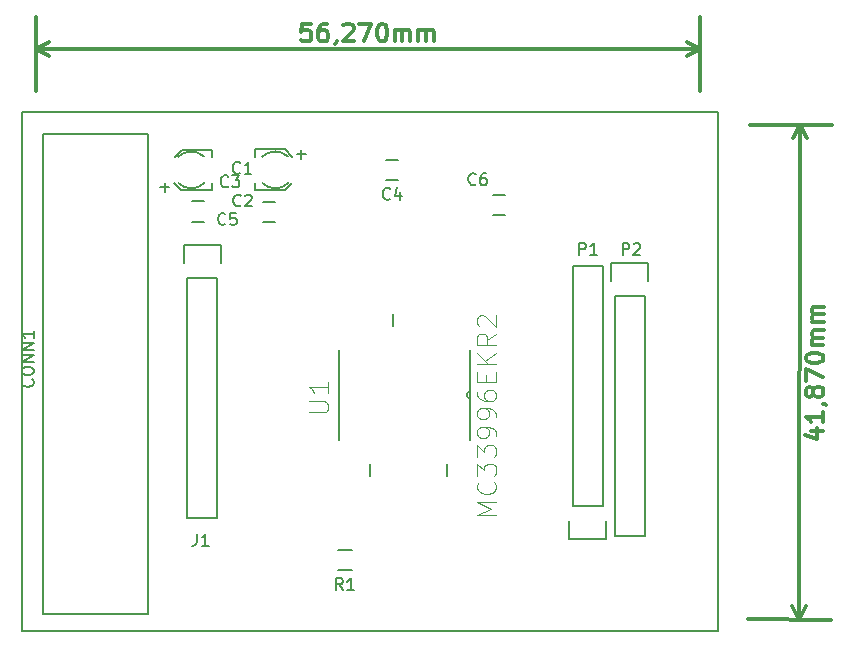
<source format=gbr>
G04 #@! TF.FileFunction,Legend,Top*
%FSLAX46Y46*%
G04 Gerber Fmt 4.6, Leading zero omitted, Abs format (unit mm)*
G04 Created by KiCad (PCBNEW 4.0.6-e0-6349~53~ubuntu14.04.1) date Fri Oct 20 08:59:59 2017*
%MOMM*%
%LPD*%
G01*
G04 APERTURE LIST*
%ADD10C,0.100000*%
%ADD11C,0.300000*%
%ADD12C,0.200000*%
%ADD13C,0.152400*%
%ADD14C,0.150000*%
%ADD15C,0.050000*%
G04 APERTURE END LIST*
D10*
D11*
X157883342Y-104994949D02*
X158883339Y-104997098D01*
X157311147Y-105350863D02*
X158381805Y-105710308D01*
X158383801Y-104781738D01*
X158886717Y-103425674D02*
X158884875Y-104282815D01*
X158885796Y-103854244D02*
X157385799Y-103851020D01*
X157599778Y-103994337D01*
X157742328Y-104137502D01*
X157813449Y-104280512D01*
X158816825Y-102711237D02*
X158888253Y-102711390D01*
X159030957Y-102783125D01*
X159102231Y-102854708D01*
X158032955Y-101852406D02*
X157961219Y-101995110D01*
X157889637Y-102066384D01*
X157746627Y-102137506D01*
X157675199Y-102137353D01*
X157532496Y-102065617D01*
X157461220Y-101994035D01*
X157390098Y-101851024D01*
X157390713Y-101565311D01*
X157462449Y-101422608D01*
X157534031Y-101351332D01*
X157677041Y-101280212D01*
X157748469Y-101280365D01*
X157891172Y-101352100D01*
X157962447Y-101423682D01*
X158033569Y-101566693D01*
X158032955Y-101852406D01*
X158104076Y-101995417D01*
X158175351Y-102066999D01*
X158318054Y-102138735D01*
X158603768Y-102139349D01*
X158746778Y-102068227D01*
X158818360Y-101996953D01*
X158890095Y-101854248D01*
X158890709Y-101568535D01*
X158819588Y-101425525D01*
X158748313Y-101353943D01*
X158605610Y-101282208D01*
X158319897Y-101281593D01*
X158176886Y-101352714D01*
X158105304Y-101423990D01*
X158033569Y-101566693D01*
X157392402Y-100779599D02*
X157394551Y-99779601D01*
X158893166Y-100425681D01*
X157396393Y-98922461D02*
X157396701Y-98779604D01*
X157468436Y-98636901D01*
X157540019Y-98565626D01*
X157683029Y-98494504D01*
X157968896Y-98423690D01*
X158326038Y-98424458D01*
X158611598Y-98496500D01*
X158754301Y-98568236D01*
X158825576Y-98639818D01*
X158896697Y-98782829D01*
X158896390Y-98925685D01*
X158824655Y-99068388D01*
X158753073Y-99139664D01*
X158610063Y-99210784D01*
X158324196Y-99281599D01*
X157967053Y-99280831D01*
X157681494Y-99208788D01*
X157538791Y-99137054D01*
X157467515Y-99065471D01*
X157396393Y-98922461D01*
X158898847Y-97782831D02*
X157898849Y-97780681D01*
X158041707Y-97780988D02*
X157970431Y-97709407D01*
X157899310Y-97566396D01*
X157899770Y-97352111D01*
X157971506Y-97209408D01*
X158114516Y-97138286D01*
X158900228Y-97139975D01*
X158114516Y-97138286D02*
X157971813Y-97066551D01*
X157900691Y-96923540D01*
X157901152Y-96709256D01*
X157972888Y-96566552D01*
X158115898Y-96495431D01*
X158901610Y-96497120D01*
X158903146Y-95782835D02*
X157903148Y-95780686D01*
X158046006Y-95780993D02*
X157974730Y-95709412D01*
X157903609Y-95566400D01*
X157904069Y-95352116D01*
X157975805Y-95209413D01*
X158118815Y-95138291D01*
X158904527Y-95139980D01*
X158118815Y-95138291D02*
X157976112Y-95066555D01*
X157904990Y-94923545D01*
X157905451Y-94709260D01*
X157977187Y-94566556D01*
X158120197Y-94495436D01*
X158905909Y-94497124D01*
X156910367Y-79129179D02*
X156820367Y-120999179D01*
X152640000Y-79120000D02*
X159610361Y-79134983D01*
X152550000Y-120990000D02*
X159520361Y-121004983D01*
X156820367Y-120999179D02*
X156236369Y-119871417D01*
X156820367Y-120999179D02*
X157409208Y-119873938D01*
X156910367Y-79129179D02*
X156321526Y-80254420D01*
X156910367Y-79129179D02*
X157494365Y-80256941D01*
X115467859Y-70548571D02*
X114753573Y-70548571D01*
X114682144Y-71262857D01*
X114753573Y-71191429D01*
X114896430Y-71120000D01*
X115253573Y-71120000D01*
X115396430Y-71191429D01*
X115467859Y-71262857D01*
X115539287Y-71405714D01*
X115539287Y-71762857D01*
X115467859Y-71905714D01*
X115396430Y-71977143D01*
X115253573Y-72048571D01*
X114896430Y-72048571D01*
X114753573Y-71977143D01*
X114682144Y-71905714D01*
X116825001Y-70548571D02*
X116539287Y-70548571D01*
X116396430Y-70620000D01*
X116325001Y-70691429D01*
X116182144Y-70905714D01*
X116110715Y-71191429D01*
X116110715Y-71762857D01*
X116182144Y-71905714D01*
X116253572Y-71977143D01*
X116396430Y-72048571D01*
X116682144Y-72048571D01*
X116825001Y-71977143D01*
X116896430Y-71905714D01*
X116967858Y-71762857D01*
X116967858Y-71405714D01*
X116896430Y-71262857D01*
X116825001Y-71191429D01*
X116682144Y-71120000D01*
X116396430Y-71120000D01*
X116253572Y-71191429D01*
X116182144Y-71262857D01*
X116110715Y-71405714D01*
X117682143Y-71977143D02*
X117682143Y-72048571D01*
X117610715Y-72191429D01*
X117539286Y-72262857D01*
X118253572Y-70691429D02*
X118325001Y-70620000D01*
X118467858Y-70548571D01*
X118825001Y-70548571D01*
X118967858Y-70620000D01*
X119039287Y-70691429D01*
X119110715Y-70834286D01*
X119110715Y-70977143D01*
X119039287Y-71191429D01*
X118182144Y-72048571D01*
X119110715Y-72048571D01*
X119610715Y-70548571D02*
X120610715Y-70548571D01*
X119967858Y-72048571D01*
X121467857Y-70548571D02*
X121610714Y-70548571D01*
X121753571Y-70620000D01*
X121825000Y-70691429D01*
X121896429Y-70834286D01*
X121967857Y-71120000D01*
X121967857Y-71477143D01*
X121896429Y-71762857D01*
X121825000Y-71905714D01*
X121753571Y-71977143D01*
X121610714Y-72048571D01*
X121467857Y-72048571D01*
X121325000Y-71977143D01*
X121253571Y-71905714D01*
X121182143Y-71762857D01*
X121110714Y-71477143D01*
X121110714Y-71120000D01*
X121182143Y-70834286D01*
X121253571Y-70691429D01*
X121325000Y-70620000D01*
X121467857Y-70548571D01*
X122610714Y-72048571D02*
X122610714Y-71048571D01*
X122610714Y-71191429D02*
X122682142Y-71120000D01*
X122825000Y-71048571D01*
X123039285Y-71048571D01*
X123182142Y-71120000D01*
X123253571Y-71262857D01*
X123253571Y-72048571D01*
X123253571Y-71262857D02*
X123325000Y-71120000D01*
X123467857Y-71048571D01*
X123682142Y-71048571D01*
X123825000Y-71120000D01*
X123896428Y-71262857D01*
X123896428Y-72048571D01*
X124610714Y-72048571D02*
X124610714Y-71048571D01*
X124610714Y-71191429D02*
X124682142Y-71120000D01*
X124825000Y-71048571D01*
X125039285Y-71048571D01*
X125182142Y-71120000D01*
X125253571Y-71262857D01*
X125253571Y-72048571D01*
X125253571Y-71262857D02*
X125325000Y-71120000D01*
X125467857Y-71048571D01*
X125682142Y-71048571D01*
X125825000Y-71120000D01*
X125896428Y-71262857D01*
X125896428Y-72048571D01*
X92190000Y-72720000D02*
X148460000Y-72720000D01*
X92190000Y-76280000D02*
X92190000Y-70020000D01*
X148460000Y-76280000D02*
X148460000Y-70020000D01*
X148460000Y-72720000D02*
X147333496Y-73306421D01*
X148460000Y-72720000D02*
X147333496Y-72133579D01*
X92190000Y-72720000D02*
X93316504Y-73306421D01*
X92190000Y-72720000D02*
X93316504Y-72133579D01*
D12*
X150000000Y-78000000D02*
X91000000Y-78000000D01*
X150000000Y-122000000D02*
X150000000Y-78000000D01*
X91000000Y-122000000D02*
X150000000Y-122000000D01*
X91000000Y-78000000D02*
X91000000Y-122000000D01*
D13*
X122453400Y-96113600D02*
X122453400Y-95097600D01*
X120497600Y-108864400D02*
X120497600Y-107848400D01*
X127025400Y-108864400D02*
X127025400Y-107848400D01*
X117906800Y-98171000D02*
X117906800Y-105791000D01*
X128981200Y-105791000D02*
X128981200Y-101676200D01*
X128981200Y-101676200D02*
X128981200Y-98171000D01*
X129006600Y-102285800D02*
G75*
G02X128981200Y-101676200I-12700J304800D01*
G01*
D14*
X104539500Y-84652200D02*
X103929900Y-84042600D01*
X107092200Y-84652200D02*
X107092200Y-84042600D01*
X104552200Y-81210500D02*
X103955300Y-81807400D01*
X107092200Y-81210500D02*
X107092200Y-81807400D01*
X106457533Y-81807726D02*
G75*
G03X104272800Y-81807400I-1092533J-1117274D01*
G01*
X104272467Y-84042274D02*
G75*
G03X106457200Y-84042600I1092533J1117274D01*
G01*
X104539500Y-84652200D02*
X107079500Y-84652200D01*
X107092200Y-81210500D02*
X104552200Y-81210500D01*
X106420000Y-85600000D02*
X105420000Y-85600000D01*
X105420000Y-87300000D02*
X106420000Y-87300000D01*
X113302500Y-81197800D02*
X113912100Y-81807400D01*
X110749800Y-81197800D02*
X110749800Y-81807400D01*
X113289800Y-84639500D02*
X113886700Y-84042600D01*
X110749800Y-84639500D02*
X110749800Y-84042600D01*
X111384467Y-84042274D02*
G75*
G03X113569200Y-84042600I1092533J1117274D01*
G01*
X113569533Y-81807726D02*
G75*
G03X111384800Y-81807400I-1092533J-1117274D01*
G01*
X113302500Y-81197800D02*
X110762500Y-81197800D01*
X110749800Y-84639500D02*
X113289800Y-84639500D01*
X111480000Y-87350000D02*
X112480000Y-87350000D01*
X112480000Y-85650000D02*
X111480000Y-85650000D01*
X131900000Y-85070000D02*
X130900000Y-85070000D01*
X130900000Y-86770000D02*
X131900000Y-86770000D01*
X92837000Y-79883000D02*
X92837000Y-120523000D01*
X92837000Y-120523000D02*
X101727000Y-120523000D01*
X101727000Y-120523000D02*
X101727000Y-79883000D01*
X101727000Y-79883000D02*
X92837000Y-79883000D01*
X137668000Y-111379000D02*
X137668000Y-91059000D01*
X137668000Y-91059000D02*
X140208000Y-91059000D01*
X140208000Y-91059000D02*
X140208000Y-111379000D01*
X137388000Y-114199000D02*
X137388000Y-112649000D01*
X137668000Y-111379000D02*
X140208000Y-111379000D01*
X140488000Y-112649000D02*
X140488000Y-114199000D01*
X140488000Y-114199000D02*
X137388000Y-114199000D01*
X143764000Y-93599000D02*
X143764000Y-113919000D01*
X143764000Y-113919000D02*
X141224000Y-113919000D01*
X141224000Y-113919000D02*
X141224000Y-93599000D01*
X144044000Y-90779000D02*
X144044000Y-92329000D01*
X143764000Y-93599000D02*
X141224000Y-93599000D01*
X140944000Y-92329000D02*
X140944000Y-90779000D01*
X140944000Y-90779000D02*
X144044000Y-90779000D01*
X117764000Y-115076000D02*
X118964000Y-115076000D01*
X118964000Y-116826000D02*
X117764000Y-116826000D01*
X121880000Y-83750000D02*
X122880000Y-83750000D01*
X122880000Y-82050000D02*
X121880000Y-82050000D01*
X107569000Y-92075000D02*
X107569000Y-112395000D01*
X107569000Y-112395000D02*
X105029000Y-112395000D01*
X105029000Y-112395000D02*
X105029000Y-92075000D01*
X107849000Y-89255000D02*
X107849000Y-90805000D01*
X107569000Y-92075000D02*
X105029000Y-92075000D01*
X104749000Y-90805000D02*
X104749000Y-89255000D01*
X104749000Y-89255000D02*
X107849000Y-89255000D01*
D15*
X115318058Y-103461719D02*
X116648008Y-103461719D01*
X116804473Y-103383487D01*
X116882705Y-103305254D01*
X116960938Y-103148790D01*
X116960938Y-102835860D01*
X116882705Y-102679395D01*
X116804473Y-102601163D01*
X116648008Y-102522931D01*
X115318058Y-102522931D01*
X116960938Y-100880051D02*
X116960938Y-101818839D01*
X116960938Y-101349445D02*
X115318058Y-101349445D01*
X115552755Y-101505910D01*
X115709220Y-101662375D01*
X115787452Y-101818839D01*
X131197057Y-112168878D02*
X129556897Y-112168878D01*
X130728440Y-111622158D01*
X129556897Y-111075438D01*
X131197057Y-111075438D01*
X131040851Y-109357174D02*
X131118954Y-109435277D01*
X131197057Y-109669586D01*
X131197057Y-109825792D01*
X131118954Y-110060100D01*
X130962749Y-110216306D01*
X130806543Y-110294409D01*
X130494131Y-110372512D01*
X130259823Y-110372512D01*
X129947411Y-110294409D01*
X129791206Y-110216306D01*
X129635000Y-110060100D01*
X129556897Y-109825792D01*
X129556897Y-109669586D01*
X129635000Y-109435277D01*
X129713103Y-109357174D01*
X129556897Y-108810454D02*
X129556897Y-107795117D01*
X130181720Y-108341837D01*
X130181720Y-108107529D01*
X130259823Y-107951323D01*
X130337926Y-107873220D01*
X130494131Y-107795117D01*
X130884646Y-107795117D01*
X131040851Y-107873220D01*
X131118954Y-107951323D01*
X131197057Y-108107529D01*
X131197057Y-108576146D01*
X131118954Y-108732352D01*
X131040851Y-108810454D01*
X129556897Y-107248397D02*
X129556897Y-106233060D01*
X130181720Y-106779780D01*
X130181720Y-106545472D01*
X130259823Y-106389266D01*
X130337926Y-106311163D01*
X130494131Y-106233060D01*
X130884646Y-106233060D01*
X131040851Y-106311163D01*
X131118954Y-106389266D01*
X131197057Y-106545472D01*
X131197057Y-107014089D01*
X131118954Y-107170295D01*
X131040851Y-107248397D01*
X131197057Y-105452032D02*
X131197057Y-105139620D01*
X131118954Y-104983415D01*
X131040851Y-104905312D01*
X130806543Y-104749106D01*
X130494131Y-104671003D01*
X129869309Y-104671003D01*
X129713103Y-104749106D01*
X129635000Y-104827209D01*
X129556897Y-104983415D01*
X129556897Y-105295826D01*
X129635000Y-105452032D01*
X129713103Y-105530135D01*
X129869309Y-105608238D01*
X130259823Y-105608238D01*
X130416029Y-105530135D01*
X130494131Y-105452032D01*
X130572234Y-105295826D01*
X130572234Y-104983415D01*
X130494131Y-104827209D01*
X130416029Y-104749106D01*
X130259823Y-104671003D01*
X131197057Y-103889975D02*
X131197057Y-103577563D01*
X131118954Y-103421358D01*
X131040851Y-103343255D01*
X130806543Y-103187049D01*
X130494131Y-103108946D01*
X129869309Y-103108946D01*
X129713103Y-103187049D01*
X129635000Y-103265152D01*
X129556897Y-103421358D01*
X129556897Y-103733769D01*
X129635000Y-103889975D01*
X129713103Y-103968078D01*
X129869309Y-104046181D01*
X130259823Y-104046181D01*
X130416029Y-103968078D01*
X130494131Y-103889975D01*
X130572234Y-103733769D01*
X130572234Y-103421358D01*
X130494131Y-103265152D01*
X130416029Y-103187049D01*
X130259823Y-103108946D01*
X129556897Y-101703095D02*
X129556897Y-102015506D01*
X129635000Y-102171712D01*
X129713103Y-102249815D01*
X129947411Y-102406021D01*
X130259823Y-102484124D01*
X130884646Y-102484124D01*
X131040851Y-102406021D01*
X131118954Y-102327918D01*
X131197057Y-102171712D01*
X131197057Y-101859301D01*
X131118954Y-101703095D01*
X131040851Y-101624992D01*
X130884646Y-101546889D01*
X130494131Y-101546889D01*
X130337926Y-101624992D01*
X130259823Y-101703095D01*
X130181720Y-101859301D01*
X130181720Y-102171712D01*
X130259823Y-102327918D01*
X130337926Y-102406021D01*
X130494131Y-102484124D01*
X130337926Y-100843964D02*
X130337926Y-100297244D01*
X131197057Y-100062935D02*
X131197057Y-100843964D01*
X129556897Y-100843964D01*
X129556897Y-100062935D01*
X131197057Y-99360010D02*
X129556897Y-99360010D01*
X131197057Y-98422775D02*
X130259823Y-99125701D01*
X129556897Y-98422775D02*
X130494131Y-99360010D01*
X131197057Y-96782615D02*
X130416029Y-97329335D01*
X131197057Y-97719850D02*
X129556897Y-97719850D01*
X129556897Y-97095027D01*
X129635000Y-96938821D01*
X129713103Y-96860718D01*
X129869309Y-96782615D01*
X130103617Y-96782615D01*
X130259823Y-96860718D01*
X130337926Y-96938821D01*
X130416029Y-97095027D01*
X130416029Y-97719850D01*
X129713103Y-96157793D02*
X129635000Y-96079690D01*
X129556897Y-95923484D01*
X129556897Y-95532970D01*
X129635000Y-95376764D01*
X129713103Y-95298661D01*
X129869309Y-95220558D01*
X130025514Y-95220558D01*
X130259823Y-95298661D01*
X131197057Y-96235895D01*
X131197057Y-95220558D01*
D14*
X109516334Y-83155143D02*
X109468715Y-83202762D01*
X109325858Y-83250381D01*
X109230620Y-83250381D01*
X109087762Y-83202762D01*
X108992524Y-83107524D01*
X108944905Y-83012286D01*
X108897286Y-82821810D01*
X108897286Y-82678952D01*
X108944905Y-82488476D01*
X108992524Y-82393238D01*
X109087762Y-82298000D01*
X109230620Y-82250381D01*
X109325858Y-82250381D01*
X109468715Y-82298000D01*
X109516334Y-82345619D01*
X110468715Y-83250381D02*
X109897286Y-83250381D01*
X110183000Y-83250381D02*
X110183000Y-82250381D01*
X110087762Y-82393238D01*
X109992524Y-82488476D01*
X109897286Y-82536095D01*
X102761548Y-84393429D02*
X103523453Y-84393429D01*
X103142501Y-84774381D02*
X103142501Y-84012476D01*
X109563334Y-85918143D02*
X109515715Y-85965762D01*
X109372858Y-86013381D01*
X109277620Y-86013381D01*
X109134762Y-85965762D01*
X109039524Y-85870524D01*
X108991905Y-85775286D01*
X108944286Y-85584810D01*
X108944286Y-85441952D01*
X108991905Y-85251476D01*
X109039524Y-85156238D01*
X109134762Y-85061000D01*
X109277620Y-85013381D01*
X109372858Y-85013381D01*
X109515715Y-85061000D01*
X109563334Y-85108619D01*
X109944286Y-85108619D02*
X109991905Y-85061000D01*
X110087143Y-85013381D01*
X110325239Y-85013381D01*
X110420477Y-85061000D01*
X110468096Y-85108619D01*
X110515715Y-85203857D01*
X110515715Y-85299095D01*
X110468096Y-85441952D01*
X109896667Y-86013381D01*
X110515715Y-86013381D01*
X108500334Y-84298143D02*
X108452715Y-84345762D01*
X108309858Y-84393381D01*
X108214620Y-84393381D01*
X108071762Y-84345762D01*
X107976524Y-84250524D01*
X107928905Y-84155286D01*
X107881286Y-83964810D01*
X107881286Y-83821952D01*
X107928905Y-83631476D01*
X107976524Y-83536238D01*
X108071762Y-83441000D01*
X108214620Y-83393381D01*
X108309858Y-83393381D01*
X108452715Y-83441000D01*
X108500334Y-83488619D01*
X108833667Y-83393381D02*
X109452715Y-83393381D01*
X109119381Y-83774333D01*
X109262239Y-83774333D01*
X109357477Y-83821952D01*
X109405096Y-83869571D01*
X109452715Y-83964810D01*
X109452715Y-84202905D01*
X109405096Y-84298143D01*
X109357477Y-84345762D01*
X109262239Y-84393381D01*
X108976524Y-84393381D01*
X108881286Y-84345762D01*
X108833667Y-84298143D01*
X114318548Y-81599429D02*
X115080453Y-81599429D01*
X114699501Y-81980381D02*
X114699501Y-81218476D01*
X108257334Y-87492143D02*
X108209715Y-87539762D01*
X108066858Y-87587381D01*
X107971620Y-87587381D01*
X107828762Y-87539762D01*
X107733524Y-87444524D01*
X107685905Y-87349286D01*
X107638286Y-87158810D01*
X107638286Y-87015952D01*
X107685905Y-86825476D01*
X107733524Y-86730238D01*
X107828762Y-86635000D01*
X107971620Y-86587381D01*
X108066858Y-86587381D01*
X108209715Y-86635000D01*
X108257334Y-86682619D01*
X109162096Y-86587381D02*
X108685905Y-86587381D01*
X108638286Y-87063571D01*
X108685905Y-87015952D01*
X108781143Y-86968333D01*
X109019239Y-86968333D01*
X109114477Y-87015952D01*
X109162096Y-87063571D01*
X109209715Y-87158810D01*
X109209715Y-87396905D01*
X109162096Y-87492143D01*
X109114477Y-87539762D01*
X109019239Y-87587381D01*
X108781143Y-87587381D01*
X108685905Y-87539762D01*
X108638286Y-87492143D01*
X129455334Y-84118143D02*
X129407715Y-84165762D01*
X129264858Y-84213381D01*
X129169620Y-84213381D01*
X129026762Y-84165762D01*
X128931524Y-84070524D01*
X128883905Y-83975286D01*
X128836286Y-83784810D01*
X128836286Y-83641952D01*
X128883905Y-83451476D01*
X128931524Y-83356238D01*
X129026762Y-83261000D01*
X129169620Y-83213381D01*
X129264858Y-83213381D01*
X129407715Y-83261000D01*
X129455334Y-83308619D01*
X130312477Y-83213381D02*
X130122000Y-83213381D01*
X130026762Y-83261000D01*
X129979143Y-83308619D01*
X129883905Y-83451476D01*
X129836286Y-83641952D01*
X129836286Y-84022905D01*
X129883905Y-84118143D01*
X129931524Y-84165762D01*
X130026762Y-84213381D01*
X130217239Y-84213381D01*
X130312477Y-84165762D01*
X130360096Y-84118143D01*
X130407715Y-84022905D01*
X130407715Y-83784810D01*
X130360096Y-83689571D01*
X130312477Y-83641952D01*
X130217239Y-83594333D01*
X130026762Y-83594333D01*
X129931524Y-83641952D01*
X129883905Y-83689571D01*
X129836286Y-83784810D01*
X91924143Y-100671095D02*
X91971762Y-100718714D01*
X92019381Y-100861571D01*
X92019381Y-100956809D01*
X91971762Y-101099667D01*
X91876524Y-101194905D01*
X91781286Y-101242524D01*
X91590810Y-101290143D01*
X91447952Y-101290143D01*
X91257476Y-101242524D01*
X91162238Y-101194905D01*
X91067000Y-101099667D01*
X91019381Y-100956809D01*
X91019381Y-100861571D01*
X91067000Y-100718714D01*
X91114619Y-100671095D01*
X91019381Y-100052048D02*
X91019381Y-99861571D01*
X91067000Y-99766333D01*
X91162238Y-99671095D01*
X91352714Y-99623476D01*
X91686048Y-99623476D01*
X91876524Y-99671095D01*
X91971762Y-99766333D01*
X92019381Y-99861571D01*
X92019381Y-100052048D01*
X91971762Y-100147286D01*
X91876524Y-100242524D01*
X91686048Y-100290143D01*
X91352714Y-100290143D01*
X91162238Y-100242524D01*
X91067000Y-100147286D01*
X91019381Y-100052048D01*
X92019381Y-99194905D02*
X91019381Y-99194905D01*
X92019381Y-98623476D01*
X91019381Y-98623476D01*
X92019381Y-98147286D02*
X91019381Y-98147286D01*
X92019381Y-97575857D01*
X91019381Y-97575857D01*
X92019381Y-96575857D02*
X92019381Y-97147286D01*
X92019381Y-96861572D02*
X91019381Y-96861572D01*
X91162238Y-96956810D01*
X91257476Y-97052048D01*
X91305095Y-97147286D01*
X138199905Y-90114381D02*
X138199905Y-89114381D01*
X138580858Y-89114381D01*
X138676096Y-89162000D01*
X138723715Y-89209619D01*
X138771334Y-89304857D01*
X138771334Y-89447714D01*
X138723715Y-89542952D01*
X138676096Y-89590571D01*
X138580858Y-89638190D01*
X138199905Y-89638190D01*
X139723715Y-90114381D02*
X139152286Y-90114381D01*
X139438000Y-90114381D02*
X139438000Y-89114381D01*
X139342762Y-89257238D01*
X139247524Y-89352476D01*
X139152286Y-89400095D01*
X141882905Y-90114381D02*
X141882905Y-89114381D01*
X142263858Y-89114381D01*
X142359096Y-89162000D01*
X142406715Y-89209619D01*
X142454334Y-89304857D01*
X142454334Y-89447714D01*
X142406715Y-89542952D01*
X142359096Y-89590571D01*
X142263858Y-89638190D01*
X141882905Y-89638190D01*
X142835286Y-89209619D02*
X142882905Y-89162000D01*
X142978143Y-89114381D01*
X143216239Y-89114381D01*
X143311477Y-89162000D01*
X143359096Y-89209619D01*
X143406715Y-89304857D01*
X143406715Y-89400095D01*
X143359096Y-89542952D01*
X142787667Y-90114381D01*
X143406715Y-90114381D01*
X118197334Y-118503381D02*
X117864000Y-118027190D01*
X117625905Y-118503381D02*
X117625905Y-117503381D01*
X118006858Y-117503381D01*
X118102096Y-117551000D01*
X118149715Y-117598619D01*
X118197334Y-117693857D01*
X118197334Y-117836714D01*
X118149715Y-117931952D01*
X118102096Y-117979571D01*
X118006858Y-118027190D01*
X117625905Y-118027190D01*
X119149715Y-118503381D02*
X118578286Y-118503381D01*
X118864000Y-118503381D02*
X118864000Y-117503381D01*
X118768762Y-117646238D01*
X118673524Y-117741476D01*
X118578286Y-117789095D01*
X122213334Y-85357143D02*
X122165715Y-85404762D01*
X122022858Y-85452381D01*
X121927620Y-85452381D01*
X121784762Y-85404762D01*
X121689524Y-85309524D01*
X121641905Y-85214286D01*
X121594286Y-85023810D01*
X121594286Y-84880952D01*
X121641905Y-84690476D01*
X121689524Y-84595238D01*
X121784762Y-84500000D01*
X121927620Y-84452381D01*
X122022858Y-84452381D01*
X122165715Y-84500000D01*
X122213334Y-84547619D01*
X123070477Y-84785714D02*
X123070477Y-85452381D01*
X122832381Y-84404762D02*
X122594286Y-85119048D01*
X123213334Y-85119048D01*
X105838667Y-113752381D02*
X105838667Y-114466667D01*
X105791047Y-114609524D01*
X105695809Y-114704762D01*
X105552952Y-114752381D01*
X105457714Y-114752381D01*
X106838667Y-114752381D02*
X106267238Y-114752381D01*
X106552952Y-114752381D02*
X106552952Y-113752381D01*
X106457714Y-113895238D01*
X106362476Y-113990476D01*
X106267238Y-114038095D01*
M02*

</source>
